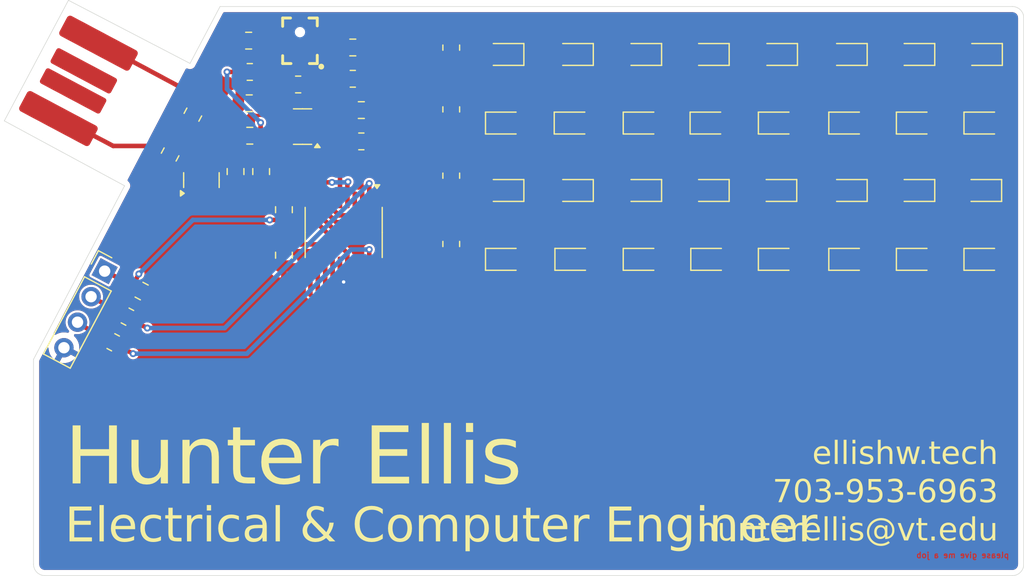
<source format=kicad_pcb>
(kicad_pcb (version 20241229) (generator "pcbnew") (generator_version "9.0")
  (layers (0 "F.Cu" signal) (2 "B.Cu" signal) (13 "F.Paste" user) (15 "B.Paste" user) (5 "F.SilkS" user "F.Silkscreen") (7 "B.SilkS" user "B.Silkscreen") (1 "F.Mask" user) (3 "B.Mask" user) (25 "Edge.Cuts" user))
  (net 0 "")
  (net 1 "GND")
  (net 2 "VCC")
  (net 3 "Net-(C7-Pad2)")
  (net 4 "Net-(U4--)")
  (net 5 "Net-(U4-+)")
  (net 6 "MIC_OUT")
  (net 7 "Net-(D1-K)")
  (net 8 "Net-(D1-A)")
  (net 9 "Net-(D3-A)")
  (net 10 "Net-(D4-A)")
  (net 11 "Net-(D5-A)")
  (net 12 "Net-(D6-A)")
  (net 13 "Net-(D7-A)")
  (net 14 "Net-(D8-A)")
  (net 15 "Net-(D10-K)")
  (net 16 "Net-(D17-K)")
  (net 17 "Net-(D25-K)")
  (net 18 "Net-(U1-PA1)")
  (net 19 "Net-(U1-PA2)")
  (net 20 "Net-(U1-PA3)")
  (net 21 "Net-(U1-PA4)")
  (net 25 "Net-(J1-Pin_2)")
  (net 26 "Net-(J1-Pin_3)")
  (net 27 "SWCLK")
  (net 28 "SWDIO")
  (net 29 "+5V")
  (net 32 "Net-(U5-OUT+)")
  (footprint "LED_SMD:LED_0805_2012Metric" (layer "F.Cu") (at 141.396098 104.2125 180)
    (property "Reference" "D25" (hide yes))
    (property "Value" "LED" (hide yes))
    (pad "1" smd roundrect (at -0.9375 0 180) (size 0.975 1.4) (layers "F.Cu" "F.Mask" "F.Paste") (net 17 "Net-(D25-K)"))
    (pad "2" smd roundrect (at 0.9375 0 180) (size 0.975 1.4) (layers "F.Cu" "F.Mask" "F.Paste") (net 16 "Net-(D17-K)"))
  )
  (footprint "LED_SMD:LED_0805_2012Metric" (layer "F.Cu") (at 153.495584 122.2125)
    (property "Reference" "D3" (hide yes))
    (property "Value" "LED" (hide yes))
    (pad "1" smd roundrect (at -0.9375 0) (size 0.975 1.4) (layers "F.Cu" "F.Mask" "F.Paste") (net 7 "Net-(D1-K)"))
    (pad "2" smd roundrect (at 0.9375 0) (size 0.975 1.4) (layers "F.Cu" "F.Mask" "F.Paste") (net 9 "Net-(D3-A)"))
  )
  (footprint "LED_SMD:LED_0805_2012Metric" (layer "F.Cu") (at 183.370584 116.1625 180)
    (property "Reference" "D16" (hide yes))
    (property "Value" "LED" (hide yes))
    (pad "1" smd roundrect (at -0.9375 0 180) (size 0.975 1.4) (layers "F.Cu" "F.Mask" "F.Paste") (net 15 "Net-(D10-K)"))
    (pad "2" smd roundrect (at 0.9375 0 180) (size 0.975 1.4) (layers "F.Cu" "F.Mask" "F.Paste") (net 7 "Net-(D1-K)"))
  )
  (footprint "LED_SMD:LED_0805_2012Metric" (layer "F.Cu") (at 165.370584 110.2375)
    (property "Reference" "D21" (hide yes))
    (property "Value" "LED" (hide yes))
    (pad "1" smd roundrect (at -0.9375 0) (size 0.975 1.4) (layers "F.Cu" "F.Mask" "F.Paste") (net 16 "Net-(D17-K)"))
    (pad "2" smd roundrect (at 0.9375 0) (size 0.975 1.4) (layers "F.Cu" "F.Mask" "F.Paste") (net 15 "Net-(D10-K)"))
  )
  (footprint "LED_SMD:LED_0805_2012Metric" (layer "F.Cu") (at 171.558084 110.2375)
    (property "Reference" "D22" (hide yes))
    (property "Value" "LED" (hide yes))
    (pad "1" smd roundrect (at -0.9375 0) (size 0.975 1.4) (layers "F.Cu" "F.Mask" "F.Paste") (net 16 "Net-(D17-K)"))
    (pad "2" smd roundrect (at 0.9375 0) (size 0.975 1.4) (layers "F.Cu" "F.Mask" "F.Paste") (net 15 "Net-(D10-K)"))
  )
  (footprint "LED_SMD:LED_0805_2012Metric" (layer "F.Cu") (at 159.370584 110.2375)
    (property "Reference" "D20" (hide yes))
    (property "Value" "LED" (hide yes))
    (pad "1" smd roundrect (at -0.9375 0) (size 0.975 1.4) (layers "F.Cu" "F.Mask" "F.Paste") (net 16 "Net-(D17-K)"))
    (pad "2" smd roundrect (at 0.9375 0) (size 0.975 1.4) (layers "F.Cu" "F.Mask" "F.Paste") (net 15 "Net-(D10-K)"))
  )
  (footprint "Capacitor_SMD:C_0805_2012Metric" (layer "F.Cu") (at 109.5 125 -28)
    (property "Reference" "C1" (hide yes))
    (property "Value" "100n")
    (pad "1" smd roundrect (at -0.95 0 332) (size 1 1.45) (layers "F.Cu" "F.Mask" "F.Paste") (net 2 "VCC"))
    (pad "2" smd roundrect (at 0.95 0 332) (size 1 1.45) (layers "F.Cu" "F.Mask" "F.Paste") (net 1 "GND"))
  )
  (footprint "LED_SMD:LED_0805_2012Metric" (layer "F.Cu") (at 177.495584 104.2125 180)
    (property "Reference" "D31" (hide yes))
    (property "Value" "LED" (hide yes))
    (pad "1" smd roundrect (at -0.9375 0 180) (size 0.975 1.4) (layers "F.Cu" "F.Mask" "F.Paste") (net 17 "Net-(D25-K)"))
    (pad "2" smd roundrect (at 0.9375 0 180) (size 0.975 1.4) (layers "F.Cu" "F.Mask" "F.Paste") (net 16 "Net-(D17-K)"))
  )
  (footprint "Resistor_SMD:R_0805_2012Metric" (layer "F.Cu") (at 128.801098 111.85 180)
    (property "Reference" "R8" (hide yes))
    (property "Value" "300k" (hide yes))
    (pad "1" smd roundrect (at -0.9125 0 180) (size 1.025 1.4) (layers "F.Cu" "F.Mask" "F.Paste") (roundrect_rratio 0.243902) (net 5 "Net-(U4-+)"))
    (pad "2" smd roundrect (at 0.9125 0 180) (size 1.025 1.4) (layers "F.Cu" "F.Mask" "F.Paste") (roundrect_rratio 0.243902) (net 6 "MIC_OUT"))
  )
  (footprint "LED_SMD:LED_0805_2012Metric" (layer "F.Cu") (at 171.558084 122.2125)
    (property "Reference" "D6" (hide yes))
    (property "Value" "LED" (hide yes))
    (pad "1" smd roundrect (at -0.9375 0) (size 0.975 1.4) (layers "F.Cu" "F.Mask" "F.Paste") (net 7 "Net-(D1-K)"))
    (pad "2" smd roundrect (at 0.9375 0) (size 0.975 1.4) (layers "F.Cu" "F.Mask" "F.Paste") (net 12 "Net-(D6-A)"))
  )
  (footprint "Package_SO:TSSOP-20_4.4x6.5mm_P0.65mm" (layer "F.Cu") (at 127.251098 119.85 -90)
    (property "Reference" "U1" (hide yes))
    (property "Value" "STM32L010F4Px" (hide yes))
    (pad "1" smd roundrect (at -2.8625 -2.925 270) (size 1.475 0.4) (layers "F.Cu" "F.Mask" "F.Paste"))
    (pad "2" smd roundrect (at -2.8625 -2.275 270) (size 1.475 0.4) (layers "F.Cu" "F.Mask" "F.Paste") (net 27 "SWCLK"))
    (pad "3" smd roundrect (at -2.8625 -1.625 270) (size 1.475 0.4) (layers "F.Cu" "F.Mask" "F.Paste"))
    (pad "4" smd roundrect (at -2.8625 -0.975 270) (size 1.475 0.4) (layers "F.Cu" "F.Mask" "F.Paste"))
    (pad "5" smd roundrect (at -2.8625 -0.325 270) (size 1.475 0.4) (layers "F.Cu" "F.Mask" "F.Paste") (net 2 "VCC"))
    (pad "6" smd roundrect (at -2.8625 0.325 270) (size 1.475 0.4) (layers "F.Cu" "F.Mask" "F.Paste") (net 6 "MIC_OUT"))
    (pad "7" smd roundrect (at -2.8625 0.975 270) (size 1.475 0.4) (layers "F.Cu" "F.Mask" "F.Paste") (net 18 "Net-(U1-PA1)"))
    (pad "8" smd roundrect (at -2.8625 1.625 270) (size 1.475 0.4) (layers "F.Cu" "F.Mask" "F.Paste") (net 19 "Net-(U1-PA2)"))
    (pad "9" smd roundrect (at -2.8625 2.275 270) (size 1.475 0.4) (layers "F.Cu" "F.Mask" "F.Paste") (net 20 "Net-(U1-PA3)"))
    (pad "10" smd roundrect (at -2.8625 2.925 270) (size 1.475 0.4) (layers "F.Cu" "F.Mask" "F.Paste") (net 21 "Net-(U1-PA4)"))
    (pad "11" smd roundrect (at 2.8625 2.925 270) (size 1.475 0.4) (layers "F.Cu" "F.Mask" "F.Paste") (net 14 "Net-(D8-A)"))
    (pad "12" smd roundrect (at 2.8625 2.275 270) (size 1.475 0.4) (layers "F.Cu" "F.Mask" "F.Paste") (net 13 "Net-(D7-A)"))
    (pad "13" smd roundrect (at 2.8625 1.625 270) (size 1.475 0.4) (layers "F.Cu" "F.Mask" "F.Paste") (net 12 "Net-(D6-A)"))
    (pad "14" smd roundrect (at 2.8625 0.975 270) (size 1.475 0.4) (layers "F.Cu" "F.Mask" "F.Paste") (net 11 "Net-(D5-A)"))
    (pad "15" smd roundrect (at 2.8625 0.325 270) (size 1.475 0.4) (layers "F.Cu" "F.Mask" "F.Paste") (net 1 "GND"))
    (pad "16" smd roundrect (at 2.8625 -0.325 270) (size 1.475 0.4) (layers "F.Cu" "F.Mask" "F.Paste") (net 2 "VCC"))
    (pad "17" smd roundrect (at 2.8625 -0.975 270) (size 1.475 0.4) (layers "F.Cu" "F.Mask" "F.Paste") (net 10 "Net-(D4-A)"))
    (pad "18" smd roundrect (at 2.8625 -1.625 270) (size 1.475 0.4) (layers "F.Cu" "F.Mask" "F.Paste") (net 9 "Net-(D3-A)"))
    (pad "19" smd roundrect (at 2.8625 -2.275 270) (size 1.475 0.4) (layers "F.Cu" "F.Mask" "F.Paste") (net 28 "SWDIO"))
    (pad "20" smd roundrect (at 2.8625 -2.925 270) (size 1.475 0.4) (layers "F.Cu" "F.Mask" "F.Paste") (net 8 "Net-(D1-A)"))
  )
  (footprint "Capacitor_SMD:C_0805_2012Metric" (layer "F.Cu") (at 119.001098 111.35 180)
    (property "Reference" "C4" (hide yes))
    (property "Value" "100n" (hide yes))
    (pad "1" smd roundrect (at -0.95 0 180) (size 1 1.45) (layers "F.Cu" "F.Mask" "F.Paste") (net 2 "VCC"))
    (pad "2" smd roundrect (at 0.95 0 180) (size 1 1.45) (layers "F.Cu" "F.Mask" "F.Paste") (net 1 "GND"))
  )
  (footprint "Capacitor_SMD:C_0805_2012Metric" (layer "F.Cu") (at 117.75 114.5 -90)
    (property "Reference" "C12" (hide yes))
    (property "Value" "100n")
    (pad "1" smd roundrect (at -0.95 0 270) (size 1 1.45) (layers "F.Cu" "F.Mask" "F.Paste") (net 2 "VCC"))
    (pad "2" smd roundrect (at 0.95 0 270) (size 1 1.45) (layers "F.Cu" "F.Mask" "F.Paste") (net 1 "GND"))
  )
  (footprint "LED_SMD:LED_0805_2012Metric" (layer "F.Cu") (at 159.433084 104.2125 180)
    (property "Reference" "D28" (hide yes))
    (property "Value" "LED" (hide yes))
    (pad "1" smd roundrect (at -0.9375 0 180) (size 0.975 1.4) (layers "F.Cu" "F.Mask" "F.Paste") (net 17 "Net-(D25-K)"))
    (pad "2" smd roundrect (at 0.9375 0 180) (size 0.975 1.4) (layers "F.Cu" "F.Mask" "F.Paste") (net 16 "Net-(D17-K)"))
  )
  (footprint "LED_SMD:LED_0805_2012Metric" (layer "F.Cu") (at 165.370584 116.1625 180)
    (property "Reference" "D13" (hide yes))
    (property "Value" "LED" (hide yes))
    (pad "1" smd roundrect (at -0.9375 0 180) (size 0.975 1.4) (layers "F.Cu" "F.Mask" "F.Paste") (net 15 "Net-(D10-K)"))
    (pad "2" smd roundrect (at 0.9375 0 180) (size 0.975 1.4) (layers "F.Cu" "F.Mask" "F.Paste") (net 7 "Net-(D1-K)"))
  )
  (footprint "LED_SMD:LED_0805_2012Metric" (layer "F.Cu") (at 171.558084 116.1625 180)
    (property "Reference" "D14" (hide yes))
    (property "Value" "LED" (hide yes))
    (pad "1" smd roundrect (at -0.9375 0 180) (size 0.975 1.4) (layers "F.Cu" "F.Mask" "F.Paste") (net 15 "Net-(D10-K)"))
    (pad "2" smd roundrect (at 0.9375 0 180) (size 0.975 1.4) (layers "F.Cu" "F.Mask" "F.Paste") (net 7 "Net-(D1-K)"))
  )
  (footprint "Resistor_SMD:R_0805_2012Metric" (layer "F.Cu") (at 123.251098 106.85)
    (property "Reference" "R7" (hide yes))
    (property "Value" "10k" (hide yes))
    (pad "1" smd roundrect (at -0.9125 0) (size 1.025 1.4) (layers "F.Cu" "F.Mask" "F.Paste") (roundrect_rratio 0.243902) (net 4 "Net-(U4--)"))
    (pad "2" smd roundrect (at 0.9125 0) (size 1.025 1.4) (layers "F.Cu" "F.Mask" "F.Paste") (roundrect_rratio 0.243902) (net 1 "GND"))
  )
  (footprint "LED_SMD:LED_0805_2012Metric" (layer "F.Cu") (at 147.495584 122.2125)
    (property "Reference" "D2" (hide yes))
    (property "Value" "LED" (hide yes))
    (pad "1" smd roundrect (at -0.9375 0) (size 0.975 1.4) (layers "F.Cu" "F.Mask" "F.Paste") (net 7 "Net-(D1-K)"))
    (pad "2" smd roundrect (at 0.9375 0) (size 0.975 1.4) (layers "F.Cu" "F.Mask" "F.Paste") (net 28 "SWDIO"))
  )
  (footprint "Capacitor_SMD:C_0805_2012Metric" (layer "F.Cu") (at 128.801098 109.1 180)
    (property "Reference" "C9" (hide yes))
    (property "Value" "27p" (hide yes))
    (pad "1" smd roundrect (at -0.95 0 180) (size 1 1.45) (layers "F.Cu" "F.Mask" "F.Paste") (net 5 "Net-(U4-+)"))
    (pad "2" smd roundrect (at 0.95 0 180) (size 1 1.45) (layers "F.Cu" "F.Mask" "F.Paste") (net 6 "MIC_OUT"))
  )
  (footprint "Capacitor_SMD:C_0805_2012Metric" (layer "F.Cu") (at 128.051098 103.6)
    (property "Reference" "C7" (hide yes))
    (property "Value" "4.7u" (hide yes))
    (pad "1" smd roundrect (at -0.95 0) (size 1 1.45) (layers "F.Cu" "F.Mask" "F.Paste") (net 32 "Net-(U5-OUT+)"))
    (pad "2" smd roundrect (at 0.95 0) (size 1 1.45) (layers "F.Cu" "F.Mask" "F.Paste") (net 3 "Net-(C7-Pad2)"))
  )
  (footprint "LED_SMD:LED_0805_2012Metric" (layer "F.Cu") (at 177.495584 122.2125)
    (property "Reference" "D7" (hide yes))
    (property "Value" "LED" (hide yes))
    (pad "1" smd roundrect (at -0.9375 0) (size 0.975 1.4) (layers "F.Cu" "F.Mask" "F.Paste") (net 7 "Net-(D1-K)"))
    (pad "2" smd roundrect (at 0.9375 0) (size 0.975 1.4) (layers "F.Cu" "F.Mask" "F.Paste") (net 13 "Net-(D7-A)"))
  )
  (footprint "LED_SMD:LED_0805_2012Metric" (layer "F.Cu") (at 183.433084 122.2125)
    (property "Reference" "D8" (hide yes))
    (property "Value" "LED" (hide yes))
    (pad "1" smd roundrect (at -0.9375 0) (size 0.975 1.4) (layers "F.Cu" "F.Mask" "F.Paste") (net 7 "Net-(D1-K)"))
    (pad "2" smd roundrect (at 0.9375 0) (size 0.975 1.4) (layers "F.Cu" "F.Mask" "F.Paste") (net 14 "Net-(D8-A)"))
  )
  (footprint "LED_SMD:LED_0805_2012Metric" (layer "F.Cu") (at 141.396098 110.2375)
    (property "Reference" "D17" (hide yes))
    (property "Value" "LED" (hide yes))
    (pad "1" smd roundrect (at -0.9375 0) (size 0.975 1.4) (layers "F.Cu" "F.Mask" "F.Paste") (net 16 "Net-(D17-K)"))
    (pad "2" smd roundrect (at 0.9375 0) (size 0.975 1.4) (layers "F.Cu" "F.Mask" "F.Paste") (net 15 "Net-(D10-K)"))
  )
  (footprint "Resistor_SMD:R_0805_2012Metric" (layer "F.Cu") (at 136.701098 109.0375 -90)
    (property "Reference" "R3" (hide yes))
    (property "Value" "R_Small" (hide yes))
    (pad "1" smd roundrect (at -0.9125 0 270) (size 1.025 1.4) (layers "F.Cu" "F.Mask" "F.Paste") (roundrect_rratio 0.243902) (net 16 "Net-(D17-K)"))
    (pad "2" smd roundrect (at 0.9125 0 270) (size 1.025 1.4) (layers "F.Cu" "F.Mask" "F.Paste") (roundrect_rratio 0.243902) (net 19 "Net-(U1-PA2)"))
  )
  (footprint "LED_SMD:LED_0805_2012Metric" (layer "F.Cu") (at 159.433084 122.2125)
    (property "Reference" "D4" (hide yes))
    (property "Value" "LED" (hide yes))
    (pad "1" smd roundrect (at -0.9375 0) (size 0.975 1.4) (layers "F.Cu" "F.Mask" "F.Paste") (net 7 "Net-(D1-K)"))
    (pad "2" smd roundrect (at 0.9375 0) (size 0.975 1.4) (layers "F.Cu" "F.Mask" "F.Paste") (net 10 "Net-(D4-A)"))
  )
  (footprint "LED_SMD:LED_0805_2012Metric" (layer "F.Cu") (at 165.433084 104.2125 180)
    (property "Reference" "D29" (hide yes))
    (property "Value" "LED" (hide yes))
    (pad "1" smd roundrect (at -0.9375 0 180) (size 0.975 1.4) (layers "F.Cu" "F.Mask" "F.Paste") (net 17 "Net-(D25-K)"))
    (pad "2" smd roundrect (at 0.9375 0 180) (size 0.975 1.4) (layers "F.Cu" "F.Mask" "F.Paste") (net 16 "Net-(D17-K)"))
  )
  (footprint "1_Custom_Parts:SPH8878LR5H-1" (layer "F.Cu") (at 123.409089 102.250076 180)
    (property "Reference" "U5" (hide yes))
    (property "Value" "~")
    (pad "" np_thru_hole circle (at 0 0) (size 0.7 0.7) (drill 0.7) (layers "*.Cu" "*.Mask"))
    (pad "1" smd roundrect (at 0.818 -2.055 90) (size 0.482 0.685) (layers "F.Cu" "F.Mask" "F.Paste") (roundrect_rratio 0.1053941909) (net 2 "VCC"))
    (pad "2" smd roundrect (at -0.818 -1.252 90) (size 0.523 0.685) (layers "F.Cu" "F.Mask" "F.Paste") (roundrect_rratio 0.09713193117) (net 1 "GND"))
    (pad "2" smd custom (at 0.659089 0.000076 270) (size 0.3 0.3) (layers "F.Cu" "F.Mask") (net 1 "GND") (options (clearance outline) (anchor circle)) (primitives (gr_circle (center 0 -0.662) (end 0.662 -0.662) (width 0.3) (fill no))))
    (pad "2" smd roundrect (at 0.818 -1.252 90) (size 0.523 0.685) (layers "F.Cu" "F.Mask" "F.Paste") (roundrect_rratio 0.09713193117) (net 1 "GND"))
    (pad "3" smd roundrect (at -0.818 -2.055 90) (size 0.482 0.685) (layers "F.Cu" "F.Mask" "F.Paste") (roundrect_rratio 0.1053941909) (net 32 "Net-(U5-OUT+)"))
    (pad "4" smd roundrect (at 0 -1.663 180) (size 0.4 0.4) (layers "F.Cu" "F.Mask" "F.Paste") (roundrect_rratio 0.5))
  )
  (footprint "Capacitor_SMD:C_0805_2012Metric" (layer "F.Cu") (at 114 109.5 62)
    (property "Reference" "C10" (hide yes))
    (property "Value" "100n")
    (pad "1" smd roundrect (at -0.95 0 62) (size 1 1.45) (layers "F.Cu" "F.Mask" "F.Paste") (net 29 "+5V"))
    (pad "2" smd roundrect (at 0.95 0 62) (size 1 1.45) (layers "F.Cu" "F.Mask" "F.Paste") (net 1 "GND"))
  )
  (footprint "Capacitor_SMD:C_0805_2012Metric" (layer "F.Cu") (at 122.001098 121.85 -90)
    (property "Reference" "C3" (hide yes))
    (property "Value" "100n" (hide yes))
    (pad "1" smd roundrect (at -0.95 0 270) (size 1 1.45) (layers "F.Cu" "F.Mask" "F.Paste") (net 2 "VCC"))
    (pad "2" smd roundrect (at 0.95 0 270) (size 1 1.45) (layers "F.Cu" "F.Mask" "F.Paste") (net 1 "GND"))
  )
  (footprint "LED_SMD:LED_0805_2012Metric" (layer "F.Cu") (at 147.433084 110.2375)
    (property "Reference" "D18" (hide yes))
    (property "Value" "LED" (hide yes))
    (pad "1" smd roundrect (at -0.9375 0) (size 0.975 1.4) (layers "F.Cu" "F.Mask" "F.Paste") (net 16 "Net-(D17-K)"))
    (pad "2" smd roundrect (at 0.9375 0) (size 0.975 1.4) (layers "F.Cu" "F.Mask" "F.Paste") (net 15 "Net-(D10-K)"))
  )
  (footprint "Package_TO_SOT_SMD:SOT-23" (layer "F.Cu") (at 114.75 115.25 90)
    (property "Reference" "U3" (hide yes))
    (property "Value" "MCP1700-3302E_SOT23")
    (pad "1" smd roundrect (at -0.9375 -0.95 90) (size 1.475 0.6) (layers "F.Cu" "F.Mask" "F.Paste") (net 1 "GND"))
    (pad "2" smd roundrect (at -0.9375 0.95 90) (size 1.475 0.6) (layers "F.Cu" "F.Mask" "F.Paste") (net 2 "VCC"))
    (pad "3" smd roundrect (at 0.9375 0 90) (size 1.475 0.6) (layers "F.Cu" "F.Mask" "F.Paste") (net 29 "+5V"))
  )
  (footprint "Resistor_SMD:R_0805_2012Metric" (layer "F.Cu") (at 136.701098 114.8625 -90)
    (property "Reference" "R2" (hide yes))
    (property "Value" "R_Small" (hide yes))
    (pad "1" smd roundrect (at -0.9125 0 270) (size 1.025 1.4) (layers "F.Cu" "F.Mask" "F.Paste") (roundrect_rratio 0.243902) (net 15 "Net-(D10-K)"))
    (pad "2" smd roundrect (at 0.9125 0 270) (size 1.025 1.4) (layers "F.Cu" "F.Mask" "F.Paste") (roundrect_rratio 0.243902) (net 20 "Net-(U1-PA3)"))
  )
  (footprint "Package_TO_SOT_SMD:SOT-23-5" (layer "F.Cu") (at 123.638598 110.55 180)
    (property "Reference" "U4" (hide yes))
    (property "Value" "OPA344NA" (hide yes))
    (pad "1" smd roundrect (at -1.1375 -0.95 180) (size 1.325 0.6) (layers "F.Cu" "F.Mask" "F.Paste") (net 6 "MIC_OUT"))
    (pad "2" smd roundrect (at -1.1375 0 180) (size 1.325 0.6) (layers "F.Cu" "F.Mask" "F.Paste") (net 1 "GND"))
    (pad "3" smd roundrect (at -1.1375 0.95 180) (size 1.325 0.6) (layers "F.Cu" "F.Mask" "F.Paste") (net 5 "Net-(U4-+)"))
    (pad "4" smd roundrect (at 1.1375 0.95 180) (size 1.325 0.6) (layers "F.Cu" "F.Mask" "F.Paste") (net 4 "Net-(U4--)"))
    (pad "5" smd roundrect (at 1.1375 -0.95 180) (size 1.325 0.6) (layers "F.Cu" "F.Mask" "F.Paste") (net 2 "VCC"))
  )
  (footprint "Capacitor_SMD:C_0805_2012Metric" (layer "F.Cu") (at 118.951098 108.5 180)
    (property "Reference" "C8" (hide yes))
    (property "Value" "1u" (hide yes))
    (pad "1" smd roundrect (at -0.95 0 180) (size 1 1.45) (layers "F.Cu" "F.Mask" "F.Paste") (net 4 "Net-(U4--)"))
    (pad "2" smd roundrect (at 0.95 0 180) (size 1 1.45) (layers "F.Cu" "F.Mask" "F.Paste") (net 1 "GND"))
  )
  (footprint "LED_SMD:LED_0805_2012Metric" (layer "F.Cu") (at 159.433084 116.1625 180)
    (property "Reference" "D12" (hide yes))
    (property "Value" "LED" (hide yes))
    (pad "1" smd roundrect (at -0.9375 0 180) (size 0.975 1.4) (layers "F.Cu" "F.Mask" "F.Paste") (net 15 "Net-(D10-K)"))
    (pad "2" smd roundrect (at 0.9375 0 180) (size 0.975 1.4) (layers "F.Cu" "F.Mask" "F.Paste") (net 7 "Net-(D1-K)"))
  )
  (footprint "Resistor_SMD:R_0805_2012Metric" (layer "F.Cu") (at 136.701098 120.8625 -90)
    (property "Reference" "R1" (hide yes))
    (property "Value" "R_Small" (hide yes))
    (pad "1" smd roundrect (at -0.9125 0 270) (size 1.025 1.4) (layers "F.Cu" "F.Mask" "F.Paste") (roundrect_rratio 0.243902) (net 7 "Net-(D1-K)"))
    (pad "2" smd roundrect (at 0.9125 0 270) (size 1.025 1.4) (layers "F.Cu" "F.Mask" "F.Paste") (roundrect_rratio 0.243902) (net 21 "Net-(U1-PA4)"))
  )
  (footprint "LED_SMD:LED_0805_2012Metric" (layer "F.Cu") (at 177.495584 116.1625 180)
    (property "Reference" "D15" (hide yes))
    (property "Value" "LED" (hide yes))
    (pad "1" smd roundrect (at -0.9375 0 180) (size 0.975 1.4) (layers "F.Cu" "F.Mask" "F.Paste") (net 15 "Net-(D10-K)"))
    (pad "2" smd roundrect (at 0.9375 0 180) (size 0.975 1.4) (layers "F.Cu" "F.Mask" "F.Paste") (net 7 "Net-(D1-K)"))
  )
  (footprint "Capacitor_SMD:C_0805_2012Metric" (layer "F.Cu") (at 112 113 -118)
    (property "Reference" "C11" (hide yes))
    (property "Value" "10u")
    (pad "1" smd roundrect (at -0.95 0 242) (size 1 1.45) (layers "F.Cu" "F.Mask" "F.Paste") (net 29 "+5V"))
    (pad "2" smd roundrect (at 0.95 0 242) (size 1 1.45) (layers "F.Cu" "F.Mask" "F.Paste") (net 1 "GND"))
  )
  (footprint "LED_SMD:LED_0805_2012Metric" (layer "F.Cu") (at 183.433084 110.2375)
    (property "Reference" "D24" (hide yes))
    (property "Value" "LED" (hide yes))
    (pad "1" smd roundrect (at -0.9375 0) (size 0.975 1.4) (layers "F.Cu" "F.Mask" "F.Paste") (net 16 "Net-(D17-K)"))
    (pad "2" smd roundrect (at 0.9375 0) (size 0.975 1.4) (layers "F.Cu" "F.Mask" "F.Paste") (net 15 "Net-(D10-K)"))
  )
  (footprint "LED_SMD:LED_0805_2012Metric" (layer "F.Cu") (at 147.495584 116.1625 180)
    (property "Reference" "D10" (hide yes))
    (property "Value" "LED" (hide yes))
    (pad "1" smd roundrect (at -0.9375 0 180) (size 0.975 1.4) (layers "F.Cu" "F.Mask" "F.Paste") (net 15 "Net-(D10-K)"))
    (pad "2" smd roundrect (at 0.9375 0 180) (size 0.975 1.4) (layers "F.Cu" "F.Mask" "F.Paste") (net 7 "Net-(D1-K)"))
  )
  (footprint "1_Custom_Parts:PCB_USB" (layer "F.Cu") (at 103.947848 106.533221 -28)
    (property "Reference" "U2" (hide yes))
    (property "Value" "~")
    (pad "1" smd roundrect (at -0.000001 3.749999 332) (size 7 2) (layers "F.Cu" "F.Mask" "F.Paste") (roundrect_rratio 0.15) (net 29 "+5V"))
    (pad "2" smd roundrect (at 0 -0.999999 332) (size 6 1.5) (layers "F.Cu" "F.Mask" "F.Paste") (roundrect_rratio 0.15))
    (pad "3" smd roundrect (at 0 0.999999 332) (size 6 1.5) (layers "F.Cu" "F.Mask" "F.Paste") (roundrect_rratio 0.15))
    (pad "4" smd roundrect (at 0.000001 -3.749999 332) (size 7 2) (layers "F.Cu" "F.Mask" "F.Paste") (roundrect_rratio 0.15) (net 1 "GND"))
  )
  (footprint "Resistor_SMD:R_0805_2012Metric" (layer "F.Cu") (at 107 129.5 152)
    (property "Reference" "R10" (hide yes))
    (property "Value" "22")
    (pad "1" smd roundrect (at -0.9125 0 152) (size 1.025 1.4) (layers "F.Cu" "F.Mask" "F.Paste") (roundrect_rratio 0.243902) (net 28 "SWDIO"))
    (pad "2" smd roundrect (at 0.9125 0 152) (size 1.025 1.4) (layers "F.Cu" "F.Mask" "F.Paste") (roundrect_rratio 0.243902) (net 26 "Net-(J1-Pin_3)"))
  )
  (footprint "Resistor_SMD:R_0805_2012Metric" (layer "F.Cu") (at 136.701098 103.6125 -90)
    (property "Reference" "R4" (hide yes))
    (property "Value" "R_Small" (hide yes))
    (pad "1" smd roundrect (at -0.9125 0 270) (size 1.025 1.4) (layers "F.Cu" "F.Mask" "F.Paste") (roundrect_rratio 0.243902) (net 17 "Net-(D25-K)"))
    (pad "2" smd roundrect (at 0.9125 0 270) (size 1.025 1.4) (layers "F.Cu" "F.Mask" "F.Paste") (roundrect_rratio 0.243902) (net 18 "Net-(U1-PA1)"))
  )
  (footprint "LED_SMD:LED_0805_2012Metric" (layer "F.Cu") (at 171.558084 104.2125 180)
    (property "Reference" "D30" (hide yes))
    (property "Value" "LED" (hide yes))
    (pad "1" smd roundrect (at -0.9375 0 180) (size 0.975 1.4) (layers "F.Cu" "F.Mask" "F.Paste") (net 17 "Net-(D25-K)"))
    (pad "2" smd roundrect (at 0.9375 0 180) (size 0.975 1.4) (layers "F.Cu" "F.Mask" "F.Paste") (net 16 "Net-(D17-K)"))
  )
  (footprint "LED_SMD:LED_0805_2012Metric" (layer "F.Cu") (at 147.495584 104.2125 180)
    (property "Reference" "D26" (hide yes))
    (property "Value" "LED" (hide yes))
    (pad "1" smd roundrect (at -0.9375 0 180) (size 0.975 1.4) (layers "F.Cu" "F.Mask" "F.Paste") (net 17 "Net-(D25-K)"))
    (pad "2" smd roundrect (at 0.9375 0 180) (size 0.975 1.4) (layers "F.Cu" "F.Mask" "F.Paste") (net 16 "Net-(D17-K)"))
  )
  (footprint "Resistor_SMD:R_0805_2012Metric" (layer "F.Cu") (at 119.001098 105.75)
    (property "Reference" "R6" (hide yes))
    (property "Value" "10k" (hide yes))
    (pad "1" smd roundrect (at -0.9125 0) (size 1.025 1.4) (layers "F.Cu" "F.Mask" "F.Paste") (roundrect_rratio 0.243902) (net 2 "VCC"))
    (pad "2" smd roundrect (at 0.9125 0) (size 1.025 1.4) (layers "F.Cu" "F.Mask" "F.Paste") (roundrect_rratio 0.243902) (net 4 "Net-(U4--)"))
  )
  (footprint "LED_SMD:LED_0805_2012Metric" (layer "F.Cu") (at 183.433084 104.2125 180)
    (property "Reference" "D32" (hide yes))
    (property "Value" "LED" (hide yes))
    (pad "1" smd roundrect (at -0.9375 0 180) (size 0.975 1.4) (layers "F.Cu" "F.Mask" "F.Paste") (net 17 "Net-(D25-K)"))
    (pad "2" smd roundrect (at 0.9375 0 180) (size 0.975 1.4) (layers "F.Cu" "F.Mask" "F.Paste") (net 16 "Net-(D17-K)"))
  )
  (footprint "Capacitor_SMD:C_0805_2012Metric" (layer "F.Cu") (at 118.901098 103 180)
    (property "Reference" "C5" (hide yes))
    (property "Value" "100n" (hide yes))
    (pad "1" smd roundrect (at -0.95 0 180) (size 1 1.45) (layers "F.Cu" "F.Mask" "F.Paste") (net 2 "VCC"))
    (pad "2" smd roundrect (at 0.95 0 180) (size 1 1.45) (layers "F.Cu" "F.Mask" "F.Paste") (net 1 "GND"))
  )
  (footprint "Connector_PinHeader_2.54mm:PinHeader_1x04_P2.54mm_Vertical" (layer "F.Cu") (at 106.25 123.25 -28)
    (property "Reference" "J1" (hide yes))
    (property "Value" "Conn_01x04")
    (pad "1" thru_hole rect (at 0 0 332) (size 1.7 1.7) (drill 1) (layers "*.Cu" "*.Mask") (net 2 "VCC"))
    (pad "2" thru_hole oval (at 0 2.539999 332) (size 1.7 1.7) (drill 1) (layers "*.Cu" "*.Mask") (net 25 "Net-(J1-Pin_2)"))
    (pad "3" thru_hole oval (at 0 5.08 332) (size 1.7 1.7) (drill 1) (layers "*.Cu" "*.Mask") (net 26 "Net-(J1-Pin_3)"))
    (pad "4" thru_hole oval (at 0 7.619999 332) (size 1.7 1.7) (drill 1) (layers "*.Cu" "*.Mask") (net 1 "GND"))
  )
  (footprint "LED_SMD:LED_0805_2012Metric" (layer "F.Cu") (at 153.495584 116.1625 180)
    (property "Reference" "D11" (hide yes))
    (property "Value" "LED" (hide yes))
    (pad "1" smd roundrect (at -0.9375 0 180) (size 0.975 1.4) (layers "F.Cu" "F.Mask" "F.Paste") (net 15 "Net-(D10-K)"))
    (pad "2" smd roundrect (at 0.9375 0 180) (size 0.975 1.4) (layers "F.Cu" "F.Mask" "F.Paste") (net 7 "Net-(D1-K)"))
  )
  (footprint "LED_SMD:LED_0805_2012Metric" (layer "F.Cu") (at 153.495584 104.2125 180)
    (property "Reference" "D27" (hide yes))
    (property "Value" "LED" (hide yes))
    (pad "1" smd roundrect (at -0.9375 0 180) (size 0.975 1.4) (layers "F.Cu" "F.Mask" "F.Paste") (net 17 "Net-(D25-K)"))
    (pad "2" smd roundrect (at 0.9375 0 180) (size 0.975 1.4) (layers "F.Cu" "F.Mask" "F.Paste") (net 16 "Net-(D17-K)"))
  )
  (footprint "LED_SMD:LED_0805_2012Metric" (layer "F.Cu") (at 165.370584 122.2125)
    (property "Reference" "D5" (hide yes))
    (property "Value" "LED" (hide yes))
    (pad "1" smd roundrect (at -0.9375 0) (size 0.975 1.4) (layers "F.Cu" "F.Mask" "F.Paste") (net 7 "Net-(D1-K)"))
    (pad "2" smd roundrect (at 0.9375 0) (size 0.975 1.4) (layers "F.Cu" "F.Mask" "F.Paste") (net 11 "Net-(D5-A)"))
  )
  (footprint "LED_SMD:LED_0805_2012Metric" (layer "F.Cu") (at 141.396098 122.2125)
    (property "Reference" "D1" (hide yes))
    (property "Value" "LED" (hide yes))
    (pad "1" smd roundrect (at -0.9375 0) (size 0.975 1.4) (layers "F.Cu" "F.Mask" "F.Paste") (net 7 "Net-(D1-K)"))
    (pad "2" smd roundrect (at 0.9375 0) (size 0.975 1.4) (layers "F.Cu" "F.Mask" "F.Paste") (net 8 "Net-(D1-A)"))
  )
  (footprint "Capacitor_SMD:C_0805_2012Metric" (layer "F.Cu") (at 120 114.5 -90)
    (property "Reference" "C2" (hide yes))
    (property "Value" "10u")
    (pad "1" smd roundrect (at -0.95 0 270) (size 1 1.45) (layers "F.Cu" "F.Mask" "F.Paste") (net 2 "VCC"))
    (pad "2" smd roundrect (at 0.95 0 270) (size 1 1.45) (layers "F.Cu" "F.Mask" "F.Paste") (net 1 "GND"))
  )
  (footprint "LED_SMD:LED_0805_2012Metric" (layer "F.Cu") (at 153.495584 110.2375)
    (property "Reference" "D19" (hide yes))
    (property "Value" "LED" (hide yes))
    (pad "1" smd roundrect (at -0.9375 0) (size 0.975 1.4) (layers "F.Cu" "F.Mask" "F.Paste") (net 16 "Net-(D17-K)"))
    (pad "2" smd roundrect (at 0.9375 0) (size 0.975 1.4) (layers "F.Cu" "F.Mask" "F.Paste") (net 15 "Net-(D10-K)"))
  )
  (footprint "Resistor_SMD:R_0805_2012Metric" (layer "F.Cu") (at 108.25 127.25 152)
    (property "Reference" "R9" (hide yes))
    (property "Value" "22")
    (pad "1" smd roundrect (at -0.9125 0 152) (size 1.025 1.4) (layers "F.Cu" "F.Mask" "F.Paste") (roundrect_rratio 0.243902) (net 27 "SWCLK"))
    (pad "2" smd roundrect (at 0.9125 0 152) (size 1.025 1.4) (layers "F.Cu" "F.Mask" "F.Paste") (roundrect_rratio 0.243902) (net 25 "Net-(J1-Pin_2)"))
  )
  (footprint "LED_SMD:LED_0805_2012Metric" (layer "F.Cu") (at 177.495584 110.2375)
    (property "Reference" "D23" (hide yes))
    (property "Value" "LED" (hide yes))
    (pad "1" smd roundrect (at -0.9375 0) (size 0.975 1.4) (layers "F.Cu" "F.Mask" "F.Paste") (net 16 "Net-(D17-K)"))
    (pad "2" smd roundrect (at 0.9375 0) (size 0.975 1.4) (layers "F.Cu" "F.Mask" "F.Paste") (net 15 "Net-(D10-K)"))
  )
  (footprint "Capacitor_SMD:C_0805_2012Metric" (layer "F.Cu") (at 122.001098 117.85 90)
    (property "Reference" "C6" (hide yes))
    (property "Value" "100n" (hide yes))
    (pad "1" smd roundrect (at -0.95 0 90) (size 1 1.45) (layers "F.Cu" "F.Mask" "F.Paste") (net 2 "VCC"))
    (pad "2" smd roundrect (at 0.95 0 90) (size 1 1.45) (layers "F.Cu" "F.Mask" "F.Paste") (net 1 "GND"))
  )
  (footprint "Resistor_SMD:R_0805_2012Metric" (layer "F.Cu") (at 128.051098 106.35 180)
    (property "Reference" "R5" (hide yes))
    (property "Value" "4.7k" (hide yes))
    (pad "1" smd roundrect (at -0.9125 0 180) (size 1.025 1.4) (layers "F.Cu" "F.Mask" "F.Paste") (roundrect_rratio 0.243902) (net 3 "Net-(C7-Pad2)"))
    (pad "2" smd roundrect (at 0.9125 0 180) (size 1.025 1.4) (layers "F.Cu" "F.Mask" "F.Paste") (roundrect_rratio 0.243902) (net 5 "Net-(U4-+)"))
  )
  (footprint "LED_SMD:LED_0805_2012Metric" (layer "F.Cu") (at 141.396098 116.1625 180)
    (property "Reference" "D9" (hide yes))
    (property "Value" "LED" (hide yes))
    (pad "1" smd roundrect (at -0.9375 0 180) (size 0.975 1.4) (layers "F.Cu" "F.Mask" "F.Paste") (net 15 "Net-(D10-K)"))
    (pad "2" smd roundrect (at 0.9375 0 180) (size 0.975 1.4) (layers "F.Cu" "F.Mask" "F.Paste") (net 7 "Net-(D1-K)"))
  )
  (gr_line (start 107.75 130) (end 108.75 130.5) (stroke (width 0.4)) (layer "F.Cu") (net 28))
  (gr_line (start 108.75 124.5) (end 109.25 123.5) (stroke (width 0.4)) (layer "F.Cu") (net 2))
  (gr_line (start 105 125.5) (end 107.5 126.75) (stroke (width 0.4)) (layer "F.Cu") (net 25))
  (gr_line (start 124.05 102.2) (end 125.55 102.2) (stroke (width 0.2)) (layer "F.Cu") (net 1))
  (gr_line (start 123.4 101.55) (end 123.4 100.9) (stroke (width 0.2)) (layer "F.Cu") (net 1))
  (gr_line (start 102.25 109.75) (end 107 112.25) (stroke (width 0.4)) (layer "F.Cu") (net 29))
  (gr_line (start 103.75 127.75) (end 106 129) (stroke (width 0.4)) (layer "F.Cu") (net 26))
  (gr_line (start 122.75 102.2) (end 121.45 102.2) (stroke (width 0.2)) (layer "F.Cu") (net 1))
  (gr_line (start 109 127.75) (end 110 128.25) (stroke (width 0.4)) (layer "F.Cu") (net 27))
  (gr_line (start 106.25 123.25) (end 108.75 124.5) (stroke (width 0.4)) (layer "F.Cu") (net 2))
  (gr_line (start 105.75 103.25) (end 112.75 107) (stroke (width 0.4)) (layer "F.Cu") (net 1))
  (gr_line (start 186 150) (end 101 150) (stroke (width 0.05)) (layer "Edge.Cuts"))
  (gr_line (start 97.43318 110.04769) (end 108 115.75) (stroke (width 0.05)) (layer "Edge.Cuts"))
  (gr_arc (start 187 149) (mid 186.707107 149.707107) (end 186 150) (stroke (width 0.05)) (layer "Edge.Cuts"))
  (gr_line (start 113.75 105) (end 116.38739 100) (stroke (width 0.05)) (layer "Edge.Cuts"))
  (gr_arc (start 186 100) (mid 186.707107 100.292893) (end 187 101) (stroke (width 0.05)) (layer "Edge.Cuts"))
  (gr_line (start 100 149) (end 100 131) (stroke (width 0.05)) (layer "Edge.Cuts"))
  (gr_line (start 100 131) (end 108 115.75) (stroke (width 0.05)) (layer "Edge.Cuts"))
  (gr_line (start 103.06682 99.452309) (end 97.43318 110.04769) (stroke (width 0.05)) (layer "Edge.Cuts"))
  (gr_line (start 187 101) (end 187 149) (stroke (width 0.05)) (layer "Edge.Cuts"))
  (gr_line (start 103.06682 99.452309) (end 113.75 105) (stroke (width 0.05)) (layer "Edge.Cuts"))
  (gr_line (start 116.38739 100) (end 186 100) (stroke (width 0.05)) (layer "Edge.Cuts"))
  (gr_arc (start 101 150) (mid 100.292893 149.707107) (end 100 149) (stroke (width 0.05)) (layer "Edge.Cuts"))
  (gr_text "please give me a job" (at 177.5 148.5 0) (layer "B.Cu" knockout) (effects (font (size 0.5 0.5) (thickness 0.1)) (justify right bottom mirror)))
  (gr_text "Hunter Ellis" (at 102.75 142.75 0) (layer "F.SilkS") (effects (font (size 5 5) (thickness 0.1)) (justify left bottom)))
  (gr_text "Electrical & Computer Engineer" (at 102.75 147.5 0) (layer "F.SilkS") (effects (font (size 3 3) (thickness 0.1)) (justify left bottom)))
  (gr_text "ellishw.tech\n703-953-6963\nhunterellis@vt.edu" (at 184.75 147.25 0) (layer "F.SilkS") (effects (font (size 2 2) (thickness 0.1)) (justify right bottom)))
  (segment (start 126.926098 122.7125) (end 126.926098 123.880514) (width 0.4) (layer "F.Cu") (net 1))
  (segment (start 126.926098 123.880514) (end 127.245584 124.2) (width 0.4) (layer "F.Cu") (net 1))
  (via (at 127.245584 124.2) (size 0.6) (drill 0.3) (layers "F.Cu" "B.Cu") (net 1))
  (segment (start 122.501098 111.5) (end 122.501098 114.35) (width 0.4) (layer "F.Cu") (net 2))
  (segment (start 122.001098 118.8) (end 123.401098 118.8) (width 0.4) (layer "F.Cu") (net 2))
  (segment (start 108.6612 124.554002) (end 108.6612 124.0888) (width 0.4) (layer "F.Cu") (net 2))
  (segment (start 123.495584 120.9) (end 122.001098 120.9) (width 0.4) (layer "F.Cu") (net 2))
  (segment (start 123.501098 120.894486) (end 123.495584 120.9) (width 0.4) (layer "F.Cu") (net 2))
  (segment (start 119.851098 103.9875) (end 118.088598 105.75) (width 0.4) (layer "F.Cu") (net 2))
  (segment (start 119.851098 103.9875) (end 120.185598 104.322) (width 0.4) (layer "F.Cu") (net 2))
  (segment (start 123.401098 118.8) (end 123.501098 118.7) (width 0.4) (layer "F.Cu") (net 2))
  (segment (start 122.501098 114.35) (end 123.501098 115.35) (width 0.4) (layer "F.Cu") (net 2))
  (segment (start 123.501098 116.95) (end 123.501098 118.7) (width 0.4) (layer "F.Cu") (net 2))
  (segment (start 127.576098 116.9875) (end 127.576098 115.4) (width 0.4) (layer "F.Cu") (net 2))
  (segment (start 127.576098 115.4) (end 127.626098 115.35) (width 0.4) (layer "F.Cu") (net 2))
  (segment (start 120 113.55) (end 120 111.398902) (width 0.4) (layer "F.Cu") (net 2))
  (segment (start 120.101098 111.5) (end 119.951098 111.35) (width 0.4) (layer "F.Cu") (net 2))
  (segment (start 120.75 118.75) (end 121.951098 118.75) (width 0.4) (layer "F.Cu") (net 2))
  (segment (start 115.7 114.3) (end 116.45 113.55) (width 0.4) (layer "F.Cu") (net 2))
  (segment (start 117.75 113.55) (end 120 113.55) (width 0.4) (layer "F.Cu") (net 2))
  (segment (start 123.501098 118.7) (end 123.501098 120.894486) (width 0.4) (layer "F.Cu") (net 2))
  (segment (start 115.7 116.1875) (end 115.7 114.3) (width 0.4) (layer "F.Cu") (net 2))
  (segment (start 116.45 113.55) (end 117.75 113.55) (width 0.4) (layer "F.Cu") (net 2))
  (segment (start 123.601098 115.45) (end 123.501098 115.35) (width 0.4) (layer "F.Cu") (net 2))
  (segment (start 127.626098 115.35) (end 127.626098 115.4) (width 0.4) (layer "F.Cu") (net 2))
  (segment (start 126.806037 120.9) (end 123.495584 120.9) (width 0.4) (layer "F.Cu") (net 2))
  (segment (start 127.576098 122.7125) (end 127.576098 121.670061) (width 0.4) (layer "F.Cu") (net 2))
  (segment (start 126.226098 115.45) (end 123.601098 115.45) (width 0.4) (layer "F.Cu") (net 2))
  (segment (start 119.851098 103) (end 119.851098 103.9875) (width 0.4) (layer "F.Cu") (net 2))
  (segment (start 120 111.398902) (end 119.951098 111.35) (width 0.4) (layer "F.Cu") (net 2))
  (segment (start 119.951098 110.201098) (end 119.951098 111.35) (width 0.4) (layer "F.Cu") (net 2))
  (segment (start 127.576098 121.670061) (end 126.806037 120.9) (width 0.4) (layer "F.Cu") (net 2))
  (segment (start 123.501098 115.35) (end 123.501098 116.95) (width 0.4) (layer "F.Cu") (net 2))
  (segment (start 122.501098 111.5) (end 120.101098 111.5) (width 0.4) (layer "F.Cu") (net 2))
  (segment (start 120.185598 104.322) (end 122.5 104.322) (width 0.4) (layer "F.Cu") (net 2))
  (segment (start 121.951098 118.75) (end 122.001098 118.8) (width 0.4) (layer "F.Cu") (net 2))
  (segment (start 118.088598 105.75) (end 117 105.75) (width 0.4) (layer "F.Cu") (net 2))
  (via (at 109.25 123.5) (size 0.6) (drill 0.3) (layers "F.Cu" "B.Cu") (net 2))
  (via (at 117 105.75) (size 0.6) (drill 0.3) (layers "F.Cu" "B.Cu") (net 2))
  (via (at 127.626098 115.4) (size 0.6) (drill 0.3) (layers "F.Cu" "B.Cu") (net 2))
  (via (at 126.226098 115.45) (size 0.6) (drill 0.3) (layers "F.Cu" "B.Cu") (net 2))
  (via (at 119.951098 110.201098) (size 0.6) (drill 0.3) (layers "F.Cu" "B.Cu") (net 2))
  (via (at 120.75 118.75) (size 0.6) (drill 0.3) (layers "F.Cu" "B.Cu") (net 2))
  (segment (start 109.25 123.5) (end 114 118.75) (width 0.4) (layer "B.Cu") (net 2))
  (segment (start 114 118.75) (end 120.75 118.75) (width 0.4) (layer "B.Cu") (net 2))
  (segment (start 117 107.25) (end 117 105.75) (width 0.4) (layer "B.Cu") (net 2))
  (segment (start 126.226098 115.45) (end 127.576098 115.45) (width 0.4) (layer "B.Cu") (net 2))
  (segment (start 127.576098 115.45) (end 127.626098 115.4) (width 0.4) (layer "B.Cu") (net 2))
  (segment (start 119.951098 110.201098) (end 117 107.25) (width 0.4) (layer "B.Cu") (net 2))
  (segment (start 128.963598 103.6375) (end 129.001098 103.6) (width 0.4) (layer "F.Cu") (net 3))
  (segment (start 128.963598 106.35) (end 128.963598 103.6375) (width 0.4) (layer "F.Cu") (net 3))
  (segment (start 121.013598 106.85) (end 119.913598 105.75) (width 0.4) (layer "F.Cu") (net 4))
  (segment (start 121.001098 109.6) (end 119.901098 108.5) (width 0.4) (layer "F.Cu") (net 4))
  (segment (start 122.338598 106.85) (end 121.013598 106.85) (width 0.4) (layer "F.Cu") (net 4))
  (segment (start 122.501098 109.6) (end 121.001098 109.6) (width 0.4) (layer "F.Cu") (net 4))
  (segment (start 119.901098 105.7625) (end 119.913598 105.75) (width 0.4) (layer "F.Cu") (net 4))
  (segment (start 119.901098 108.5) (end 119.901098 105.7625) (width 0.4) (layer "F.Cu") (net 4))
  (segment (start 126.251098 109.1) (end 126.251098 107.2375) (width 0.4) (layer "F.Cu") (net 5))
  (segment (start 125.751098 109.6) (end 126.251098 109.1) (width 0.4) (layer "F.Cu") (net 5))
  (segment (start 124.776098 109.6) (end 125.751098 109.6) (width 0.4) (layer "F.Cu") (net 5))
  (segment (start 126.251098 107.2375) (end 127.138598 106.35) (width 0.4) (layer "F.Cu") (net 5))
  (segment (start 129.751098 109.1) (end 129.751098 108.9625) (width 0.4) (layer "F.Cu") (net 5))
  (segment (start 129.751098 108.9625) (end 127.138598 106.35) (width 0.4) (layer "F.Cu") (net 5))
  (segment (start 129.713598 111.85) (end 129.713598 109.1375) (width 0.4) (layer "F.Cu") (net 5))
  (segment (start 129.713598 109.1375) (end 129.751098 109.1) (width 0.4) (layer "F.Cu") (net 5))
  (segment (start 124.776098 111.5) (end 127.538598 111.5) (width 0.4) (layer "F.Cu") (net 6))
  (segment (start 127.538598 111.5) (end 127.888598 111.85) (width 0.4) (layer "F.Cu") (net 6))
  (segment (start 127.888598 109.1375) (end 127.851098 109.1) (width 0.4) (layer "F.Cu") (net 6))
  (segment (start 127.888598 113.9625) (end 126.926098 114.925) (width 0.4) (layer "F.Cu") (net 6))
  (segment (start 126.926098 114.925) (end 126.926098 116.9875) (width 0.4) (layer "F.Cu") (net 6))
  (segment (start 127.888598 111.85) (end 127.888598 109.1375) (width 0.4) (layer "F.Cu") (net 6))
  (segment (start 127.888598 111.85) (end 127.888598 113.9625) (width 0.4) (layer "F.Cu") (net 6))
  (segment (start 170.620584 122.2125) (end 170.620584 116.1625) (width 0.4) (layer "F.Cu") (net 7))
  (segment (start 182.495584 122.2125) (end 182.495584 119.25) (width 0.5) (layer "F.Cu") (net 7))
  (segment (start 138.295584 119.95) (end 136.701098 119.95) (width 0.5) (layer "F.Cu") (net 7))
  (segment (start 182.433084 122.15) (end 182.495584 122.2125) (width 0.5) (layer "F.Cu") (net 7))
  (segment (start 182.495584 116.225) (end 182.433084 116.1625) (width 0.5) (layer "F.Cu") (net 7))
  (segment (start 182.495584 119.25) (end 182.495584 116.225) (width 0.5) (layer "F.Cu") (net 7))
  (segment (start 158.495584 122.2125) (end 158.495584 116.1625) (width 0.4) (layer "F.Cu") (net 7))
  (segment (start 182.495584 119.25) (end 138.995584 119.25) (width 0.5) (layer "F.Cu") (net 7))
  (segment (start 138.995584 119.25) (end 138.295584 119.95) (width 0.5) (layer "F.Cu") (net 7))
  (segment (start 164.433084 122.2125) (end 164.433084 116.1625) (width 0.4) (layer "F.Cu") (net 7))
  (segment (start 176.558084 122.2125) (end 176.558084 116.1625) (width 0.4) (layer "F.Cu") (net 7))
  (segment (start 146.558084 122.2125) (end 146.558084 116.1625) (width 0.4) (layer "F.Cu") (net 7))
  (segment (start 140.458598 122.2125) (end 140.458598 116.1625) (width 0.4) (layer "F.Cu") (net 7))
  (segment (start 152.558084 122.2125) (end 152.558084 116.1625) (width 0.4) (layer "F.Cu") (net 7))
  (segment (start 142.333598 123.361986) (end 142.333598 122.2125) (width 0.4) (layer "F.Cu") (net 8))
  (segment (start 141.495584 124.2) (end 142.333598 123.361986) (width 0.4) (layer "F.Cu") (net 8))
  (segment (start 130.176098 122.7125) (end 130.176098 123.630514) (width 0.4) (layer "F.Cu") (net 8))
  (segment (start 130.745584 124.2) (end 141.495584 124.2) (width 0.4) (layer "F.Cu") (net 8))
  (segment (start 130.176098 123.630514) (end 130.745584 124.2) (width 0.4) (layer "F.Cu") (net 8))
  (segment (start 154.433084 124.2625) (end 154.433084 122.2125) (width 0.4) (layer "F.Cu") (net 9))
  (segment (start 153.295584 125.4) (end 154.433084 124.2625) (width 0.4) (layer "F.Cu") (net 9))
  (segment (start 128.876098 124.02757) (end 130.248528 125.4) (width 0.4) (layer "F.Cu") (net 9))
  (segment (start 130.248528 125.4) (end 153.295584 125.4) (width 0.4) (layer "F.Cu") (net 9))
  (segment (start 128.876098 122.7125) (end 128.876098 124.02757) (width 0.4) (layer "F.Cu") (net 9))
  (segment (start 128.226098 122.7125) (end 128.226098 124.226098) (width 0.4) (layer "F.Cu") (net 10))
  (segment (start 130 126) (end 159.445584 126) (width 0.4) (layer "F.Cu") (net 10))
  (segment (start 128.226098 124.226098) (end 130 126) (width 0.4) (layer "F.Cu") (net 10))
  (segment (start 159.445584 126) (end 160.370584 125.075) (width 0.4) (layer "F.Cu") (net 10))
  (segment (start 160.370584 125.075) (end 160.370584 122.2125) (width 0.4) (layer "F.Cu") (net 10))
  (segment (start 126.276098 122.7125) (end 126.276098 124.730514) (width 0.4) (layer "F.Cu") (net 11))
  (segment (start 128.145584 126.6) (end 164.845584 126.6) (width 0.4) (layer "F.Cu") (net 11))
  (segment (start 164.845584 126.6) (end 166.308084 125.1375) (width 0.4) (layer "F.Cu") (net 11))
  (segment (start 126.276098 124.730514) (end 128.145584 126.6) (width 0.4) (layer "F.Cu") (net 11))
  (segment (start 166.308084 125.1375) (end 166.308084 122.2125) (width 0.4) (layer "F.Cu") (net 11))
  (segment (start 125.626098 124.929042) (end 127.897056 127.2) (width 0.4) (layer "F.Cu") (net 12))
  (segment (start 170.995584 127.2) (end 172.495584 125.7) (width 0.4) (layer "F.Cu") (net 12))
  (segment (start 127.897056 127.2) (end 170.995584 127.2) (width 0.4) (layer "F.Cu") (net 12))
  (segment (start 172.495584 125.7) (end 172.495584 122.2125) (width 0.4) (layer "F.Cu") (net 12))
  (segment (start 125.626098 122.7125) (end 125.626098 124.929042) (width 0.4) (layer "F.Cu") (net 12))
  (segment (start 176.895584 127.8) (end 178.433084 126.2625) (width 0.4) (layer "F.Cu") (net 13))
  (segment (start 178.433084 126.2625) (end 178.433084 122.2125) (width 0.4) (layer "F.Cu") (net 13))
  (segment (start 124.976098 125.12757) (end 127.648528 127.8) (width 0.4) (layer "F.Cu") (net 13))
  (segment (start 124.976098 122.7125) (end 124.976098 125.12757) (width 0.4) (layer "F.Cu") (net 13))
  (segment (start 127.648528 127.8) (end 176.895584 127.8) (width 0.4) (layer "F.Cu") (net 13))
  (segment (start 124.326098 125.326098) (end 127.4 128.4) (width 0.4) (layer "F.Cu") (net 14))
  (segment (start 127.4 128.4) (end 182.795584 128.4) (width 0.4) (layer "F.Cu") (net 14))
  (segment (start 182.795584 128.4) (end 184.370584 126.825) (width 0.4) (layer "F.Cu") (net 14))
  (segment (start 184.370584 126.825) (end 184.370584 122.2125) (width 0.4) (layer "F.Cu") (net 14))
  (segment (start 124.326098 122.7125) (end 124.326098 125.326098) (width 0.4) (layer "F.Cu") (net 14))
  (segment (start 148.370584 116.1) (end 148.433084 116.1625) (width 0.5) (layer "F.Cu") (net 15))
  (segment (start 160.370584 116.1625) (end 160.308084 116.1) (width 0.5) (layer "F.Cu") (net 15))
  (segment (start 138.995584 112.95) (end 137.995584 113.95) (width 0.5) (layer "F.Cu") (net 15))
  (segment (start 184.370584 116.1) (end 184.308084 116.1625) (width 0.5) (layer "F.Cu") (net 15))
  (segment (start 154.433084 116.1625) (end 154.433084 110.2375) (width 0.4) (layer "F.Cu") (net 15))
  (segment (start 178.433084 116.1625) (end 178.433084 110.2375) (width 0.4) (layer "F.Cu") (net 15))
  (segment (start 160.308084 116.1) (end 160.308084 110.2375) (width 0.5) (layer "F.Cu") (net 15))
  (segment (start 137.995584 113.95) (end 136.701098 113.95) (width 0.5) (layer "F.Cu") (net 15))
  (segment (start 148.433084 110.3) (end 148.370584 110.2375) (width 0.5) (layer "F.Cu") (net 15))
  (segment (start 166.308084 116.1625) (end 166.308084 110.2375) (width 0.4) (layer "F.Cu") (net 15))
  (segment (start 184.308084 112.95) (end 184.308084 110.3) (width 0.5) (layer "F.Cu") (net 15))
  (segment (start 184.308084 116.1625) (end 184.308084 112.95) (width 0.5) (layer "F.Cu") (net 15))
  (segment (start 184.308084 112.95) (end 138.995584 112.95) (width 0.5) (layer "F.Cu") (net 15))
  (segment (start 172.495584 116.1625) (end 172.495584 110.2375) (width 0.4) (layer "F.Cu") (net 15))
  (segment (start 184.308084 110.3) (end 184.370584 110.2375) (width 0.5) (layer "F.Cu") (net 15))
  (segment (start 142.333598 116.1625) (end 142.333598 110.2375) (width 0.4) (layer "F.Cu") (net 15))
  (segment (start 148.433084 116.1625) (end 148.433084 110.3) (width 0.5) (layer "F.Cu") (net 15))
  (segment (start 164.433084 104.275) (end 164.495584 104.2125) (width 0.4) (layer "F.Cu") (net 16))
  (segment (start 137.920584 108.125) (end 136.701098 108.125) (width 0.4) (layer "F.Cu") (net 16))
  (segment (start 176.558084 110.2375) (end 176.558084 104.2125) (width 0.4) (layer "F.Cu") (net 16))
  (segment (start 182.495584 107.15) (end 138.895584 107.15) (width 0.4) (layer "F.Cu") (net 16))
  (segment (start 138.895584 107.15) (end 137.920584 108.125) (width 0.4) (layer "F.Cu") (net 16))
  (segment (start 182.495584 107.15) (end 182.495584 104.2125) (width 0.4) (layer "F.Cu") (net 16))
  (segment (start 140.458598 110.2375) (end 140.458598 104.2125) (width 0.4) (layer "F.Cu") (net 16))
  (segment (start 146.495584 104.275) (end 146.558084 104.2125) (width 0.4) (layer "F.Cu") (net 16))
  (segment (start 182.495584 110.2375) (end 182.495584 107.15) (width 0.4) (layer "F.Cu") (net 16))
  (segment (start 146.495584 110.2375) (end 146.495584 104.275) (width 0.4) (layer "F.Cu") (net 16))
  (segment (start 158.433084 104.275) (end 158.495584 104.2125) (width 0.4) (layer "F.Cu") (net 16))
  (segment (start 152.558084 110.2375) (end 152.558084 104.2125) (width 0.4) (layer "F.Cu") (net 16))
  (segment (start 164.433084 110.2375) (end 164.433084 104.275) (width 0.4) (layer "F.Cu") (net 16))
  (segment (start 158.433084 110.2375) (end 158.433084 104.275) (width 0.4) (layer "F.Cu") (net 16))
  (segment (start 170.620584 110.2375) (end 170.620584 104.2125) (width 0.4) (layer "F.Cu") (net 16))
  (segment (start 160.370584 104.2125) (end 160.370584 102.075) (width 0.4) (layer "F.Cu") (net 17))
  (segment (start 178.433084 102.0125) (end 178.495584 101.95) (width 0.4) (layer "F.Cu") (net 17))
  (segment (start 160.495584 101.95) (end 154.245584 101.95) (width 0.4) (layer "F.Cu") (net 17))
  (segment (start 148.433084 102.0125) (end 148.495584 101.95) (width 0.4) (layer "F.Cu") (net 17))
  (segment (start 148.433084 104.2125) (end 148.433084 102.0125) (width 0.4) (layer "F.Cu") (net 17))
  (segment (start 136.713598 102.7125) (end 136.701098 102.7) (width 0.5) (layer "F.Cu") (net 17))
  (segment (start 154.433084 104.2125) (end 154.433084 102.0125) (width 0.4) (layer "F.Cu") (net 17))
  (segment (start 172.495584 104.2125) (end 172.495584 101.95) (width 0.4) (layer "F.Cu") (net 17))
  (segment (start 182.995584 101.95) (end 178.495584 101.95) (width 0.4) (layer "F.Cu") (net 17))
  (segment (start 184.370584 103.325) (end 182.995584 101.95) (width 0.4) (layer "F.Cu") (net 17))
  (segment (start 184.370584 104.2125) (end 184.370584 103.325) (width 0.4) (layer "F.Cu") (net 17))
  (segment (start 148.495584 101.95) (end 142.495584 101.95) (width 0.4) (layer "F.Cu") (net 17))
  (segment (start 160.370584 102.075) (end 160.495584 101.95) (width 0.4) (layer "F.Cu") (net 17))
  (segment (start 142.495584 101.95) (end 138.495584 101.95) (width 0.4) (layer "F.Cu") (net 17))
  (segment (start 172.495584 101.95) (end 166.495584 101.95) (width 0.4) (layer "F.Cu") (net 17))
  (segment (start 178.433084 104.2125) (end 178.433084 102.0125) (width 0.4) (layer "F.Cu") (net 17))
  (segment (start 142.333598 104.2125) (end 142.333598 102.111986) (width 0.4) (layer "F.Cu") (net 17))
  (segment (start 137.745584 102.7) (end 136.701098 102.7) (width 0.4) (layer "F.Cu") (net 17))
  (segment (start 166.495584 101.95) (end 160.495584 101.95) (width 0.4) (layer "F.Cu") (net 17))
  (segment (start 166.370584 104.2125) (end 166.370584 102.075) (width 0.4) (layer "F.Cu") (net 17))
  (segment (start 154.433084 102.0125) (end 154.495584 101.95) (width 0.4) (layer "F.Cu") (net 17))
  (segment (start 142.333598 102.111986) (end 142.495584 101.95) (width 0.4) (layer "F.Cu") (net 17))
  (segment (start 166.370584 102.075) (end 166.495584 101.95) (width 0.4) (layer "F.Cu") (net 17))
  (segment (start 154.495584 101.95) (end 154.245584 101.95) (width 0.4) (layer "F.Cu") (net 17))
  (segment (start 138.495584 101.95) (end 137.745584 102.7) (width 0.4) (layer "F.Cu") (net 17))
  (segment (start 178.495584 101.95) (end 172.495584 101.95) (width 0.4) (layer "F.Cu") (net 17))
  (segment (start 154.245584 101.95) (end 148.495584 101.95) (width 0.4) (layer "F.Cu") (net 17))
  (segment (start 136.170584 104.525) (end 136.701098 104.525) (width 0.4) (layer "F.Cu") (net 18))
  (segment (start 126.84122 118.35) (end 130.260976 118.35) (width 0.4) (layer "F.Cu") (net 18))
  (segment (start 131.745584 116.865392) (end 131.745584 108.95) (width 0.4) (layer "F.Cu") (net 18))
  (segment (start 126.276098 117.784878) (end 126.84122 118.35) (width 0.4) (layer "F.Cu") (net 18))
  (segment (start 137.001098 104.1) (end 136.801098 104.1) (width 0.5) (layer "F.Cu") (net 18))
  (segment (start 126.276098 116.9875) (end 126.276098 117.784878) (width 0.4) (layer "F.Cu") (net 18))
  (segment (start 131.745584 108.95) (end 136.170584 104.525) (width 0.4) (layer "F.Cu") (net 18))
  (segment (start 130.260976 118.35) (end 131.745584 116.865392) (width 0.4) (layer "F.Cu") (net 18))
  (segment (start 125.626098 116.9875) (end 125.626098 117.983406) (width 0.4) (layer "F.Cu") (net 19))
  (segment (start 133.745584 115.71392) (end 133.745584 112.45) (width 0.4) (layer "F.Cu") (net 19))
  (segment (start 133.745584 112.45) (end 136.245584 109.95) (width 0.4) (layer "F.Cu") (net 19))
  (segment (start 126.592692 118.95) (end 130.509504 118.95) (width 0.4) (layer "F.Cu") (net 19))
  (segment (start 136.245584 109.95) (end 136.701098 109.95) (width 0.4) (layer "F.Cu") (net 19))
  (segment (start 125.626098 117.983406) (end 126.592692 118.95) (width 0.4) (layer "F.Cu") (net 19))
  (segment (start 130.509504 118.95) (end 133.745584 115.71392) (width 0.4) (layer "F.Cu") (net 19))
  (segment (start 132.645584 119.55) (end 136.420584 115.775) (width 0.4) (layer "F.Cu") (net 20))
  (segment (start 124.976098 118.181934) (end 126.344164 119.55) (width 0.4) (layer "F.Cu") (net 20))
  (segment (start 136.420584 115.775) (end 136.701098 115.775) (width 0.4) (layer "F.Cu") (net 20))
  (segment (start 126.344164 119.55) (end 132.645584 119.55) (width 0.4) (layer "F.Cu") (net 20))
  (segment (start 124.976098 116.9875) (end 124.976098 118.181934) (width 0.4) (layer "F.Cu") (net 20))
  (segment (start 124.326098 118.425) (end 126.051098 120.15) (width 0.4) (layer "F.Cu") (net 21))
  (segment (start 124.326098 116.9875) (end 124.326098 118.425) (width 0.4) (layer "F.Cu") (net 21))
  (segment (start 126.051098 120.15) (end 131.695584 120.15) (width 0.4) (layer "F.Cu") (net 21))
  (segment (start 131.695584 120.15) (end 133.320584 121.775) (width 0.4) (layer "F.Cu") (net 21))
  (segment (start 133.320584 121.775) (end 136.701098 121.775) (width 0.4) (layer "F.Cu") (net 21))
  (segment (start 129.495584 116.956986) (end 129.526098 116.9875) (width 0.4) (layer "F.Cu") (net 27))
  (segment (start 129.495584 115.55) (end 129.495584 116.956986) (width 0.4) (layer "F.Cu") (net 27))
  (via (at 129.495584 115.55) (size 0.6) (drill 0.3) (layers "F.Cu" "B.Cu") (net 27))
  (via (at 110 128.25) (size 0.6) (drill 0.3) (layers "F.Cu" "B.Cu") (net 27))
  (segment (start 110 128.25) (end 116.795584 128.25) (width 0.4) (layer "B.Cu") (net 27))
  (segment (start 116.795584 128.25) (end 129.495584 115.55) (width 0.4) (layer "B.Cu") (net 27))
  (segment (start 129.526098 122.7125) (end 129.526098 123.829042) (width 0.4) (layer "F.Cu") (net 28))
  (segment (start 148.433084 123.7625) (end 148.433084 122.2125) (width 0.4) (layer "F.Cu") (net 28))
  (segment (start 130.497056 124.8) (end 147.395584 124.8) (width 0.4) (layer "F.Cu") (net 28))
  (segment (start 129.495584 121.35) (end 129.495584 122.681986) (width 0.4) (layer "F.Cu") (net 28))
  (segment (start 129.526098 123.829042) (end 130.497056 124.8) (width 0.4) (layer "F.Cu") (net 28))
  (segment (start 147.395584 124.8) (end 148.433084 123.7625) (width 0.4) (layer "F.Cu") (net 28))
  (segment (start 129.495584 122.681986) (end 129.526098 122.7125) (width 0.4) (layer "F.Cu") (net 28))
  (via (at 129.495584 121.35) (size 0.6) (drill 0.3) (layers "F.Cu" "B.Cu") (net 28))
  (via (at 108.75 130.5) (size 0.6) (drill 0.3) (layers "F.Cu" "B.Cu") (net 28))
  (segment (start 127.9 121.35) (end 129.495584 121.35) (width 0.4) (layer "B.Cu") (net 28))
  (segment (start 108.75 130.5) (end 118.75 130.5) (width 0.4) (layer "B.Cu") (net 28))
  (segment (start 118.75 130.5) (end 127.9 121.35) (width 0.4) (layer "B.Cu") (net 28))
  (segment (start 113.8487 110.633498) (end 113.8487 112.1612) (width 0.4) (layer "F.Cu") (net 29))
  (segment (start 112.195998 112.1612) (end 113.8487 112.1612) (width 0.4) (layer "F.Cu") (net 29))
  (segment (start 113.38616 109.934284) (end 113.38616 110.13616) (width 0.4) (layer "F.Cu") (net 29))
  (segment (start 112.048124 112.25) (end 112.11384 112.315716) (width 0.4) (layer "F.Cu") (net 29))
  (segment (start 114.75 113) (end 114.75 114.3125) (width 0.4) (layer "F.Cu") (net 29))
  (segment (start 113.8487 112.1612) (end 113.9112 112.1612) (width 0.4) (layer "F.Cu") (net 29))
  (segment (start 107 112.25) (end 112.048124 112.25) (width 0.4) (layer "F.Cu") (net 29))
  (segment (start 113.304002 110.0888) (end 113.8487 110.633498) (width 0.4) (layer "F.Cu") (net 29))
  (segment (start 113.9112 112.1612) (end 114.75 113) (width 0.4) (layer "F.Cu") (net 29))
  (segment (start 127.101098 103.6) (end 126.379098 104.322) (width 0.4) (layer "F.Cu") (net 32))
  (segment (start 126.379098 104.322) (end 124.175 104.322) (width 0.4) (layer "F.Cu") (net 32))
  (zone (net 1) (net_name "GND") (layers "F.Cu" "B.Cu") (connect_pads (clearance 0)) (min_thickness 0.25) (fill yes (thermal_gap 0.5) (thermal_bridge_width 0.5))
    (polygon (pts (xy 116.25 100) (xy 187 100) (xy 187 150) (xy 100 150) (xy 100 131)))
  )
)
</source>
